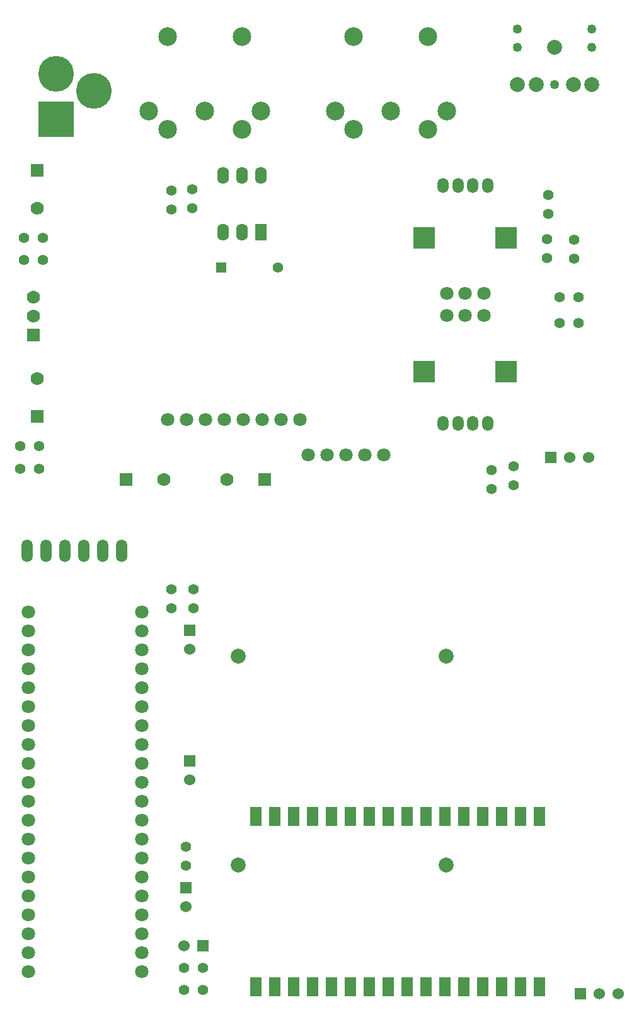
<source format=gbs>
G04 (created by PCBNEW (2013-07-07 BZR 4022)-stable) date 22/05/2015 13:43:49*
%MOIN*%
G04 Gerber Fmt 3.4, Leading zero omitted, Abs format*
%FSLAX34Y34*%
G01*
G70*
G90*
G04 APERTURE LIST*
%ADD10C,0.00590551*%
%ADD11C,0.07*%
%ADD12R,0.07X0.07*%
%ADD13R,0.0590551X0.1*%
%ADD14O,0.0590551X0.0787402*%
%ADD15C,0.0708661*%
%ADD16R,0.11811X0.11811*%
%ADD17C,0.055*%
%ADD18R,0.06X0.06*%
%ADD19C,0.06*%
%ADD20R,0.062X0.09*%
%ADD21O,0.062X0.09*%
%ADD22R,0.055X0.055*%
%ADD23C,0.0984252*%
%ADD24C,0.189*%
%ADD25R,0.189X0.189*%
%ADD26C,0.0787402*%
%ADD27C,0.0492126*%
%ADD28O,0.0593X0.1187*%
G04 APERTURE END LIST*
G54D10*
G54D11*
X107086Y-48212D03*
X107086Y-49212D03*
G54D12*
X107086Y-50212D03*
G54D13*
X133858Y-84645D03*
X132858Y-84645D03*
X131858Y-84645D03*
X130858Y-84645D03*
X129858Y-84645D03*
X128858Y-84645D03*
X127858Y-84645D03*
X126858Y-84645D03*
X125858Y-84645D03*
X124858Y-84645D03*
X123858Y-84645D03*
X122858Y-84645D03*
X121858Y-84645D03*
X120858Y-84645D03*
X119858Y-84645D03*
X118858Y-84645D03*
X118858Y-75645D03*
X119858Y-75645D03*
X120858Y-75645D03*
X121858Y-75645D03*
X122858Y-75645D03*
X123858Y-75645D03*
X124858Y-75645D03*
X125858Y-75645D03*
X126858Y-75645D03*
X127858Y-75645D03*
X128858Y-75645D03*
X129858Y-75645D03*
X130858Y-75645D03*
X131858Y-75645D03*
X132858Y-75645D03*
X133858Y-75645D03*
G54D14*
X129526Y-54910D03*
X130313Y-54910D03*
X131101Y-54910D03*
X128738Y-54910D03*
G54D15*
X129920Y-49201D03*
X130904Y-49201D03*
X128935Y-49201D03*
G54D16*
X132085Y-52154D03*
X127754Y-52154D03*
G54D14*
X130314Y-42322D03*
X129527Y-42322D03*
X128740Y-42322D03*
X131102Y-42322D03*
G54D15*
X129921Y-48031D03*
X128937Y-48031D03*
X130905Y-48031D03*
G54D16*
X127755Y-45078D03*
X132086Y-45078D03*
G54D17*
X132480Y-58177D03*
X132480Y-57177D03*
X131299Y-57374D03*
X131299Y-58374D03*
X134295Y-43830D03*
X134295Y-42830D03*
X134251Y-46169D03*
X134251Y-45169D03*
X114370Y-42610D03*
X114370Y-43610D03*
X135660Y-46180D03*
X135660Y-45180D03*
X115485Y-43520D03*
X115485Y-42520D03*
X135910Y-49610D03*
X134910Y-49610D03*
X135910Y-48225D03*
X134910Y-48225D03*
G54D18*
X134433Y-56692D03*
G54D19*
X135433Y-56692D03*
X136433Y-56692D03*
G54D18*
X136007Y-85039D03*
G54D19*
X137007Y-85039D03*
X138007Y-85039D03*
G54D18*
X116051Y-82480D03*
G54D19*
X115051Y-82480D03*
G54D18*
X115354Y-65838D03*
G54D19*
X115354Y-66838D03*
G54D18*
X115354Y-72728D03*
G54D19*
X115354Y-73728D03*
G54D20*
X119110Y-44807D03*
G54D21*
X118110Y-44807D03*
X117110Y-44807D03*
X117110Y-41807D03*
X118110Y-41807D03*
X119110Y-41807D03*
G54D22*
X117003Y-46653D03*
G54D17*
X120003Y-46653D03*
G54D12*
X107283Y-41519D03*
G54D11*
X107283Y-43519D03*
G54D12*
X107283Y-54543D03*
G54D11*
X107283Y-52543D03*
G54D12*
X119307Y-57874D03*
G54D11*
X117307Y-57874D03*
G54D12*
X111992Y-57874D03*
G54D11*
X113992Y-57874D03*
G54D17*
X114370Y-63673D03*
X114370Y-64673D03*
X115551Y-63673D03*
X115551Y-64673D03*
X115051Y-84842D03*
X116051Y-84842D03*
X115051Y-83661D03*
X116051Y-83661D03*
X106389Y-56102D03*
X107389Y-56102D03*
X106389Y-57283D03*
X107389Y-57283D03*
X106586Y-46259D03*
X107586Y-46259D03*
X106586Y-45078D03*
X107586Y-45078D03*
G54D15*
X112795Y-83858D03*
X112795Y-82858D03*
X112795Y-81858D03*
X112795Y-80858D03*
X112795Y-79858D03*
X112795Y-78858D03*
X112795Y-77858D03*
X112795Y-76858D03*
X112795Y-75858D03*
X112795Y-74858D03*
X112795Y-73858D03*
X112795Y-72858D03*
X112795Y-71858D03*
X112795Y-70858D03*
X112795Y-69858D03*
X112795Y-68858D03*
X112795Y-67858D03*
X112795Y-66858D03*
X112795Y-65858D03*
X112795Y-64858D03*
X106795Y-64858D03*
X106795Y-65858D03*
X106795Y-66858D03*
X106795Y-67858D03*
X106795Y-68858D03*
X106795Y-69858D03*
X106795Y-70858D03*
X106795Y-71858D03*
X106795Y-72858D03*
X106795Y-73858D03*
X106795Y-74858D03*
X106795Y-75858D03*
X106795Y-76858D03*
X106795Y-77858D03*
X106795Y-78858D03*
X106795Y-79858D03*
X106795Y-80858D03*
X106795Y-81858D03*
X106795Y-82858D03*
X106795Y-83858D03*
X114173Y-54692D03*
X115173Y-54692D03*
X116173Y-54692D03*
X117173Y-54692D03*
X118173Y-54692D03*
X119173Y-54692D03*
X120173Y-54692D03*
X121173Y-54692D03*
G54D23*
X116141Y-38385D03*
X119094Y-38385D03*
X113188Y-38385D03*
X114173Y-34448D03*
X118110Y-34448D03*
X114173Y-39370D03*
X118110Y-39370D03*
X125984Y-38385D03*
X128937Y-38385D03*
X123031Y-38385D03*
X124015Y-34448D03*
X127952Y-34448D03*
X124015Y-39370D03*
X127952Y-39370D03*
G54D24*
X108267Y-36417D03*
G54D25*
X108267Y-38817D03*
G54D24*
X110267Y-37317D03*
G54D26*
X133661Y-37007D03*
X135629Y-37007D03*
X132677Y-37007D03*
X136614Y-37007D03*
X134645Y-35039D03*
G54D27*
X132677Y-35039D03*
X136614Y-35039D03*
X132677Y-34055D03*
X136614Y-34055D03*
X134645Y-37007D03*
G54D28*
X106751Y-61614D03*
X107751Y-61614D03*
X108751Y-61614D03*
X109751Y-61614D03*
X110751Y-61614D03*
X111751Y-61614D03*
G54D18*
X115157Y-79421D03*
G54D19*
X115157Y-80421D03*
G54D17*
X115157Y-78255D03*
X115157Y-77255D03*
G54D15*
X121598Y-56570D03*
X122598Y-56570D03*
X123598Y-56570D03*
X124598Y-56570D03*
X125598Y-56570D03*
G54D26*
X117898Y-67200D03*
X128921Y-67200D03*
X128921Y-78223D03*
X117898Y-78223D03*
M02*

</source>
